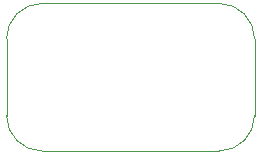
<source format=gbr>
%TF.GenerationSoftware,KiCad,Pcbnew,8.0.4*%
%TF.CreationDate,2024-08-16T16:06:11-07:00*%
%TF.ProjectId,LED2,4c454432-2e6b-4696-9361-645f70636258,rev?*%
%TF.SameCoordinates,Original*%
%TF.FileFunction,Profile,NP*%
%FSLAX46Y46*%
G04 Gerber Fmt 4.6, Leading zero omitted, Abs format (unit mm)*
G04 Created by KiCad (PCBNEW 8.0.4) date 2024-08-16 16:06:11*
%MOMM*%
%LPD*%
G01*
G04 APERTURE LIST*
%TA.AperFunction,Profile*%
%ADD10C,0.050000*%
%TD*%
G04 APERTURE END LIST*
D10*
X160060000Y-92810000D02*
G75*
G02*
X163060000Y-95810000I0J-3000000D01*
G01*
X160060000Y-105310000D02*
X145060000Y-105310000D01*
X163060000Y-95810000D02*
X163060000Y-102310000D01*
X142060000Y-95810000D02*
G75*
G02*
X145060000Y-92810000I3000000J0D01*
G01*
X142060000Y-102310000D02*
X142060000Y-95810000D01*
X145060000Y-105310000D02*
G75*
G02*
X142060000Y-102310000I0J3000000D01*
G01*
X145060000Y-92810000D02*
X160060000Y-92810000D01*
X163060000Y-102310000D02*
G75*
G02*
X160060000Y-105310000I-3000000J0D01*
G01*
M02*

</source>
